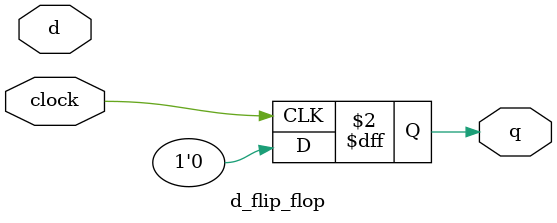
<source format=sv>
module d_flip_flop
(
    input  clock,
    input  d,
    output logic q
);

    always_ff @ (posedge clock)
        q <= 1'b0;

endmodule

</source>
